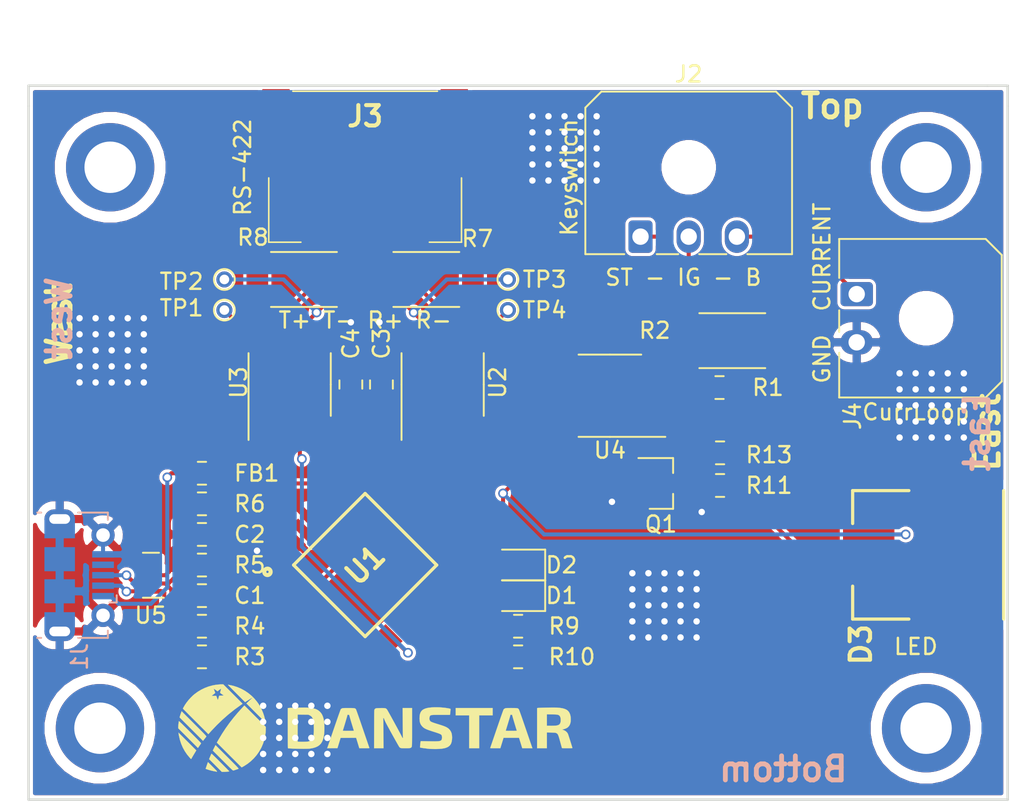
<source format=kicad_pcb>
(kicad_pcb (version 20171130) (host pcbnew "(5.1.4)-1")
  (title_block (title "RICHARD - TEMPLATE") (date 2019-06-19) (rev 2) (company DanSTAR) (comment 1 "Drawn by: Adam Kiss") (comment 2 "Revised by: Sebastian Tibor Bakonyvari"))
  (layers (0 F.Cu signal) (31 B.Cu signal) (34 B.Paste user) (35 F.Paste user) (36 B.SilkS user) (37 F.SilkS user) (38 B.Mask user hide) (39 F.Mask user hide) (44 Edge.Cuts user))
  (net 0 "")
  (net 1 GND)
  (net 2 "Net-(C1-Pad1)")
  (net 3 "Net-(C2-Pad1)")
  (net 4 "Net-(D1-Pad1)")
  (net 5 +5V)
  (net 6 "Net-(D2-Pad1)")
  (net 7 "Net-(D3-Pad1)")
  (net 8 /VBUS)
  (net 9 /D+)
  (net 10 /D-)
  (net 11 /ST)
  (net 12 /IG)
  (net 13 /B)
  (net 14 /Rx+)
  (net 15 /Rx-)
  (net 16 /Tx+)
  (net 17 /Tx-)
  (net 18 "Net-(R3-Pad1)")
  (net 19 "Net-(R4-Pad1)")
  (net 20 "Net-(R5-Pad1)")
  (net 21 /TXLED)
  (net 22 /RXLED)
  (net 23 /ARM_LED_SIG)
  (net 24 "Net-(Q1-Pad3)")
  (net 25 /SLEEP)
  (net 26 /PWREN)
  (net 27 /RXD)
  (net 28 /TXD)
  (net 29 "Net-(J1-Pad4)")
  (net 30 "Net-(U1-Pad1)")
  (net 31 "Net-(U1-Pad2)")
  (net 32 "Net-(U1-Pad16)")
  (net 33 "Net-(U1-Pad18)")
  (net 34 "Net-(U1-Pad19)")
  (net 35 "Net-(U1-Pad20)")
  (net 36 "Net-(U1-Pad21)")
  (net 37 "Net-(U1-Pad22)")
  (net 38 "Net-(U1-Pad23)")
  (net 39 "Net-(U1-Pad27)")
  (net 40 "Net-(U1-Pad28)")
  (net 41 "Net-(U1-Pad32)")
  (net 42 "Net-(U2-Pad4)")
  (net 43 "Net-(U3-Pad1)")
  (net 44 "Net-(U4-Pad7)")
  (net 45 "Net-(U5-Pad4)")
  (net 46 "Net-(U5-Pad5)")
  (net 47 "Net-(U5-Pad6)")
  (net 48 "Net-(U5-Pad7)")
  (net 49 "Net-(Q1-Pad1)")
  (module DanSTAR_Misc:NewLogo-DanSTAR_Logo (layer F.Cu) (at 85.09 94.615)
    (fp_text reference G*** hide)
    (fp_text value LOGO hide)
  )
  (module DanSTAR_Misc:Stud (layer F.Cu) (at 67.945 94.615)
    (fp_text reference REF** hide)
    (fp_text value MountingHole_3.2mm_M3_ISO14580_Pad)
    (pad 1 thru_hole circle (at 0 0) (size 5.5 5.5) (drill 3.2) (layers *.Cu *.Mask) (clearance 0.7))
  )
  (module DanSTAR_Misc:Stud (layer F.Cu) (at 119.38 94.615)
    (fp_text reference REF** hide)
    (fp_text value MountingHole_3.2mm_M3_ISO14580_Pad)
    (pad 1 thru_hole circle (at 0 0) (size 5.5 5.5) (drill 3.2) (layers *.Cu *.Mask) (clearance 0.7))
  )
  (module DanSTAR_Misc:Stud (layer F.Cu) (at 119.38 59.69)
    (fp_text reference REF** hide)
    (fp_text value MountingHole_3.2mm_M3_ISO14580_Pad)
    (pad 1 thru_hole circle (at 0 0) (size 5.5 5.5) (drill 3.2) (layers *.Cu *.Mask) (clearance 0.7))
  )
  (module DanSTAR_Misc:Stud (layer F.Cu) (at 68.58 59.69)
    (fp_text reference REF** hide)
    (fp_text value MountingHole_3.2mm_M3_ISO14580_Pad)
    (pad 1 thru_hole circle (at 0 0) (size 5.5 5.5) (drill 3.2) (layers *.Cu *.Mask) (clearance 0.7))
  )
  (module DanSTAR_Passives:C_0805_2012Metric (layer F.Cu) (at 74.295 86.36 180)
    (fp_text reference C1 (at -1.905 0) (layer F.SilkS) (effects (justify left)))
    (fp_text value 33n)
    (pad 1 smd roundrect (at -0.9375 0 180) (size 0.975 1.4) (layers F.Cu F.Paste F.Mask) (net 2 "Net-(C1-Pad1)"))
    (pad 2 smd roundrect (at 0.9375 0 180) (size 0.975 1.4) (layers F.Cu F.Paste F.Mask) (net 1 GND))
  )
  (module DanSTAR_Passives:C_0805_2012Metric (layer F.Cu) (at 74.295 82.55 180)
    (fp_text reference C2 (at -1.905 0) (layer F.SilkS) (effects (justify left)))
    (fp_text value 0u1)
    (pad 2 smd roundrect (at 0.9375 0 180) (size 0.975 1.4) (layers F.Cu F.Paste F.Mask) (net 1 GND))
    (pad 1 smd roundrect (at -0.9375 0 180) (size 0.975 1.4) (layers F.Cu F.Paste F.Mask) (net 3 "Net-(C2-Pad1)"))
  )
  (module DanSTAR_Passives:D_0805_2012Metric (layer F.Cu) (at 93.98 86.36 180)
    (fp_text reference D1 (at -2.694077 0) (layer F.SilkS))
    (fp_text value LED)
    (pad 1 smd roundrect (at -0.9375 0 180) (size 0.975 1.4) (layers F.Cu F.Paste F.Mask) (net 4 "Net-(D1-Pad1)"))
    (pad 2 smd roundrect (at 0.9375 0 180) (size 0.975 1.4) (layers F.Cu F.Paste F.Mask) (net 5 +5V))
  )
  (module DanSTAR_Passives:D_0805_2012Metric (layer F.Cu) (at 93.98 84.455 180)
    (fp_text reference D2 (at -2.694077 0) (layer F.SilkS))
    (fp_text value LED)
    (pad 2 smd roundrect (at 0.9375 0 180) (size 0.975 1.4) (layers F.Cu F.Paste F.Mask) (net 5 +5V))
    (pad 1 smd roundrect (at -0.9375 0 180) (size 0.975 1.4) (layers F.Cu F.Paste F.Mask) (net 6 "Net-(D2-Pad1)"))
  )
  (module DanSTAR_Connectors:Molex2pin_502352_0200-DanSTAR_Duraclick (layer F.Cu) (at 114.808 83.82 90)
    (fp_text reference D3 (at -5.588 0.508 90) (layer F.SilkS) (effects (font (size 1.27 1.27) (thickness 0.254))))
    (fp_text value LED hide)
    (pad 1 smd rect (at -1 1 90) (size 1.2 3.2) (layers F.Cu F.Paste F.Mask) (net 7 "Net-(D3-Pad1)"))
    (pad 2 smd rect (at 1 1 90) (size 1.2 3.2) (layers F.Cu F.Paste F.Mask) (net 5 +5V))
    (pad 3 smd rect (at -3.55 6.48 90) (size 1.7 5.3) (layers F.Cu F.Paste F.Mask))
    (pad 4 smd rect (at 3.55 6.48 90) (size 1.7 5.3) (layers F.Cu F.Paste F.Mask))
  )
  (module DanSTAR_Passives:L_0805_2012Metric (layer F.Cu) (at 74.295 78.74 180)
    (fp_text reference FB1 (at -1.905 0) (layer F.SilkS) (effects (justify left)))
    (fp_text value Ferrite_Bead)
    (pad 2 smd roundrect (at 0.9375 0 180) (size 0.975 1.4) (layers F.Cu F.Paste F.Mask) (net 8 /VBUS))
    (pad 1 smd roundrect (at -0.9375 0 180) (size 0.975 1.4) (layers F.Cu F.Paste F.Mask) (net 5 +5V))
  )
  (module DanSTAR_Connectors:USB_Micro-1050170001-DanSTAR_USB (layer B.Cu) (at 66.675 85.09 90)
    (fp_text reference J1 (at -5.08 0 270) (layer B.SilkS) (effects (justify mirror)))
    (fp_text value USB_B_-_DanSTAR_USB)
    (pad 6 smd rect (at 1 -1.2375 90) (size 1.5 1.9) (layers B.Cu B.Paste B.Mask) (net 1 GND))
    (pad 6 thru_hole circle (at -2.5 1.4625 90) (size 1.45 1.45) (drill 0.85) (layers *.Cu *.Mask) (net 1 GND))
    (pad 2 smd rect (at -0.65 1.4625 90) (size 0.4 1.35) (layers B.Cu B.Paste B.Mask) (net 10 /D-))
    (pad 1 smd rect (at -1.3 1.4625 90) (size 0.4 1.35) (layers B.Cu B.Paste B.Mask) (net 8 /VBUS))
    (pad 5 smd rect (at 1.3 1.4625 90) (size 0.4 1.35) (layers B.Cu B.Paste B.Mask) (net 1 GND))
    (pad 4 smd rect (at 0.65 1.4625 90) (size 0.4 1.35) (layers B.Cu B.Paste B.Mask) (net 29 "Net-(J1-Pad4)"))
    (pad 3 smd rect (at 0 1.4625 90) (size 0.4 1.35) (layers B.Cu B.Paste B.Mask) (net 9 /D+))
    (pad 6 thru_hole circle (at 2.5 1.4625 90) (size 1.45 1.45) (drill 0.85) (layers *.Cu *.Mask) (net 1 GND))
    (pad 6 smd rect (at -1 -1.2375 90) (size 1.5 1.9) (layers B.Cu B.Paste B.Mask) (net 1 GND))
    (pad 6 thru_hole oval (at -3.5 -1.2375 270) (size 1.2 1.9) (drill oval 0.6 1.3) (layers *.Cu *.Mask) (net 1 GND))
    (pad 6 thru_hole oval (at 3.5 -1.2375 90) (size 1.2 1.9) (drill oval 0.6 1.3) (layers *.Cu *.Mask) (net 1 GND))
    (pad 6 smd rect (at 2.9 -1.2375 90) (size 1.2 1.9) (layers B.Cu B.Mask) (net 1 GND))
    (pad 6 smd rect (at -2.9 -1.2375 90) (size 1.2 1.9) (layers B.Cu B.Mask) (net 1 GND))
  )
  (module DanSTAR_Connectors:Molex_Micro-Fit_3.0_43650-0300_1x03_P3.00mm_Horizontal (layer F.Cu) (at 101.6 64.01)
    (fp_text reference J2 (at 3 -10.12) (layer F.SilkS))
    (fp_text value Conn_01x03_-_DanSTAR_Generic_Connector)
    (pad "" np_thru_hole circle (at 3 -4.32) (size 3 3) (drill 3) (layers *.Cu *.Mask))
    (pad 1 thru_hole roundrect (at 0 0) (size 1.5 2.02) (drill 1.02) (layers *.Cu *.Mask) (roundrect_rratio 0.166667) (net 11 /ST))
    (pad 2 thru_hole oval (at 3 0) (size 1.5 2.02) (drill 1.02) (layers *.Cu *.Mask) (net 12 /IG))
    (pad 3 thru_hole oval (at 6 0) (size 1.5 2.02) (drill 1.02) (layers *.Cu *.Mask) (net 13 /B))
  )
  (module DanSTAR_Connectors:Molex4pin_502352_0400-DanSTAR_Duraclick (layer F.Cu) (at 84.455 59.69 180)
    (fp_text reference J3 (at 0 3.175) (layer F.SilkS) (effects (font (size 1.27 1.27) (thickness 0.254))))
    (fp_text value Conn_01x04_-_DanSTAR_Generic_Connecoter hide)
    (pad 1 smd rect (at 3 -3.265 180) (size 1.2 3.2) (layers F.Cu F.Paste F.Mask) (net 16 /Tx+))
    (pad 2 smd rect (at 1 -3.265 180) (size 1.2 3.2) (layers F.Cu F.Paste F.Mask) (net 17 /Tx-))
    (pad 3 smd rect (at -1 -3.265 180) (size 1.2 3.2) (layers F.Cu F.Paste F.Mask) (net 14 /Rx+))
    (pad 4 smd rect (at -3 -3.265 180) (size 1.2 3.2) (layers F.Cu F.Paste F.Mask) (net 15 /Rx-))
    (pad 5 smd rect (at -5.55 2.215 180) (size 1.7 5.3) (layers F.Cu F.Paste F.Mask))
    (pad 6 smd rect (at 5.55 2.215 180) (size 1.7 5.3) (layers F.Cu F.Paste F.Mask))
  )
  (module DanSTAR_Connectors:Molex_Micro-Fit_3.0_43650-0200_1x02_P3.00mm_Horizontal (layer F.Cu) (at 115.06 67.588 270)
    (fp_text reference J4 (at 7.596 0.252 90) (layer F.SilkS))
    (fp_text value Conn_01x02_-_DanSTAR_Generic_Connector)
    (pad "" np_thru_hole circle (at 1.5 -4.32 270) (size 3 3) (drill 3) (layers *.Cu *.Mask))
    (pad 1 thru_hole roundrect (at 0 0 270) (size 1.5 2.02) (drill 1.02) (layers *.Cu *.Mask) (roundrect_rratio 0.166667) (net 13 /B))
    (pad 2 thru_hole oval (at 3 0 270) (size 1.5 2.02) (drill 1.02) (layers *.Cu *.Mask) (net 1 GND))
  )
  (module DanSTAR_Passives:R_0805_2012Metric (layer F.Cu) (at 106.519999 73.406)
    (fp_text reference R1 (at 3.014999 0) (layer F.SilkS))
    (fp_text value 10k)
    (pad 2 smd roundrect (at 0.9375 0) (size 0.975 1.4) (layers F.Cu F.Paste F.Mask) (net 1 GND))
    (pad 1 smd roundrect (at -0.9375 0) (size 0.975 1.4) (layers F.Cu F.Paste F.Mask) (net 12 /IG))
  )
  (module DanSTAR_Passives:R_0805_2012Metric (layer F.Cu) (at 74.295 90.17 180)
    (fp_text reference R3 (at -1.905 0) (layer F.SilkS) (effects (justify left)))
    (fp_text value 27)
    (pad 1 smd roundrect (at -0.9375 0 180) (size 0.975 1.4) (layers F.Cu F.Paste F.Mask) (net 18 "Net-(R3-Pad1)"))
    (pad 2 smd roundrect (at 0.9375 0 180) (size 0.975 1.4) (layers F.Cu F.Paste F.Mask) (net 10 /D-))
  )
  (module DanSTAR_Passives:R_0805_2012Metric (layer F.Cu) (at 74.295 88.265 180)
    (fp_text reference R4 (at -1.905 0) (layer F.SilkS) (effects (justify left)))
    (fp_text value 27)
    (pad 2 smd roundrect (at 0.9375 0 180) (size 0.975 1.4) (layers F.Cu F.Paste F.Mask) (net 9 /D+))
    (pad 1 smd roundrect (at -0.9375 0 180) (size 0.975 1.4) (layers F.Cu F.Paste F.Mask) (net 19 "Net-(R4-Pad1)"))
  )
  (module DanSTAR_Passives:R_0805_2012Metric (layer F.Cu) (at 74.295 84.455 180)
    (fp_text reference R5 (at -1.905 0) (layer F.SilkS) (effects (justify left)))
    (fp_text value 1k5)
    (pad 1 smd roundrect (at -0.9375 0 180) (size 0.975 1.4) (layers F.Cu F.Paste F.Mask) (net 20 "Net-(R5-Pad1)"))
    (pad 2 smd roundrect (at 0.9375 0 180) (size 0.975 1.4) (layers F.Cu F.Paste F.Mask) (net 9 /D+))
  )
  (module DanSTAR_Passives:R_0805_2012Metric (layer F.Cu) (at 74.295 80.645)
    (fp_text reference R6 (at 1.905 0) (layer F.SilkS) (effects (justify left)))
    (fp_text value 470)
    (pad 2 smd roundrect (at 0.9375 0) (size 0.975 1.4) (layers F.Cu F.Paste F.Mask) (net 3 "Net-(C2-Pad1)"))
    (pad 1 smd roundrect (at -0.9375 0) (size 0.975 1.4) (layers F.Cu F.Paste F.Mask) (net 5 +5V))
  )
  (module DanSTAR_Passives:R_0805_2012Metric (layer F.Cu) (at 93.98 88.265 180)
    (fp_text reference R9 (at -1.796051 0) (layer F.SilkS) (effects (justify left)))
    (fp_text value 220)
    (pad 1 smd roundrect (at -0.9375 0 180) (size 0.975 1.4) (layers F.Cu F.Paste F.Mask) (net 4 "Net-(D1-Pad1)"))
    (pad 2 smd roundrect (at 0.9375 0 180) (size 0.975 1.4) (layers F.Cu F.Paste F.Mask) (net 21 /TXLED))
  )
  (module DanSTAR_Passives:R_0805_2012Metric (layer F.Cu) (at 93.98 90.17 180)
    (fp_text reference R10 (at -1.796051 0) (layer F.SilkS) (effects (justify left)))
    (fp_text value 220)
    (pad 1 smd roundrect (at -0.9375 0 180) (size 0.975 1.4) (layers F.Cu F.Paste F.Mask) (net 6 "Net-(D2-Pad1)"))
    (pad 2 smd roundrect (at 0.9375 0 180) (size 0.975 1.4) (layers F.Cu F.Paste F.Mask) (net 22 /RXLED))
  )
  (module DanSTAR_Passives:R_0805_2012Metric (layer F.Cu) (at 106.553 79.502 180)
    (fp_text reference R11 (at -3.048 0) (layer F.SilkS))
    (fp_text value 220)
    (pad 1 smd roundrect (at -0.9375 0 180) (size 0.975 1.4) (layers F.Cu F.Paste F.Mask) (net 7 "Net-(D3-Pad1)"))
    (pad 2 smd roundrect (at 0.9375 0 180) (size 0.975 1.4) (layers F.Cu F.Paste F.Mask) (net 24 "Net-(Q1-Pad3)"))
  )
  (module DanSTAR_Misc:TestPoint-DanSTAR_TestPoint (layer F.Cu) (at 75.692 68.58 180)
    (fp_text reference TP1 (at 2.667 0.127) (layer F.SilkS))
    (fp_text value TestPoint_-_DanSTAR_Test)
    (pad 1 thru_hole circle (at 0 0 180) (size 1 1) (drill 0.6) (layers *.Cu *.Mask) (net 16 /Tx+))
  )
  (module DanSTAR_Misc:TestPoint-DanSTAR_TestPoint (layer F.Cu) (at 75.692 66.675 180)
    (fp_text reference TP2 (at 2.667 -0.127) (layer F.SilkS))
    (fp_text value TestPoint_-_DanSTAR_Test)
    (pad 1 thru_hole circle (at 0 0 180) (size 1 1) (drill 0.6) (layers *.Cu *.Mask) (net 17 /Tx-))
  )
  (module DanSTAR_Misc:TestPoint-DanSTAR_TestPoint (layer F.Cu) (at 93.345 66.675)
    (fp_text reference TP3 (at 2.286 0) (layer F.SilkS))
    (fp_text value TestPoint_-_DanSTAR_Test)
    (pad 1 thru_hole circle (at 0 0) (size 1 1) (drill 0.6) (layers *.Cu *.Mask) (net 14 /Rx+))
  )
  (module DanSTAR_Misc:TestPoint-DanSTAR_TestPoint (layer F.Cu) (at 93.345 68.58)
    (fp_text reference TP4 (at 2.286 0) (layer F.SilkS))
    (fp_text value TestPoint_-_DanSTAR_Test)
    (pad 1 thru_hole circle (at 0 0) (size 1 1) (drill 0.6) (layers *.Cu *.Mask) (net 15 /Rx-))
  )
  (module DanSTAR_Actives:USON-10-DanSTAR_ESD_Prot (layer F.Cu) (at 71.12 85.09 180)
    (fp_text reference U5 (at 0.01829 -2.5) (layer F.SilkS))
    (fp_text value TPD4E02B04)
    (pad 1 smd rect (at -0.385 -1 90) (size 0.3 0.55) (layers F.Cu F.Paste F.Mask) (net 10 /D-))
    (pad 2 smd rect (at -0.385 -0.5 90) (size 0.3 0.55) (layers F.Cu F.Paste F.Mask) (net 9 /D+))
    (pad 3 smd rect (at -0.385 0 90) (size 0.4 0.55) (layers F.Cu F.Paste F.Mask) (net 1 GND))
    (pad 4 smd rect (at -0.385 0.5 90) (size 0.3 0.55) (layers F.Cu F.Paste F.Mask) (net 45 "Net-(U5-Pad4)"))
    (pad 5 smd rect (at -0.385 1 90) (size 0.3 0.55) (layers F.Cu F.Paste F.Mask) (net 46 "Net-(U5-Pad5)"))
    (pad 9 smd rect (at 0.385 -0.5 90) (size 0.3 0.55) (layers F.Cu F.Paste F.Mask) (net 9 /D+))
    (pad 6 smd rect (at 0.385 1 90) (size 0.3 0.55) (layers F.Cu F.Paste F.Mask) (net 47 "Net-(U5-Pad6)"))
    (pad 7 smd rect (at 0.385 0.5 90) (size 0.3 0.55) (layers F.Cu F.Paste F.Mask) (net 48 "Net-(U5-Pad7)"))
    (pad 10 smd rect (at 0.385 -1 90) (size 0.3 0.55) (layers F.Cu F.Paste F.Mask) (net 10 /D-))
    (pad 8 smd rect (at 0.385 0 90) (size 0.4 0.55) (layers F.Cu F.Paste F.Mask) (net 1 GND))
  )
  (module DanSTAR_Actives:SOT-23-DanSTAR_USB_Disc (layer F.Cu) (at 102.87 79.375)
    (fp_text reference Q1 (at 0 2.54) (layer F.SilkS))
    (fp_text value BC817)
    (pad 1 smd rect (at -1 -0.95) (size 0.9 0.8) (layers F.Cu F.Paste F.Mask) (net 49 "Net-(Q1-Pad1)"))
    (pad 2 smd rect (at -1 0.95) (size 0.9 0.8) (layers F.Cu F.Paste F.Mask) (net 1 GND))
    (pad 3 smd rect (at 1 0) (size 0.9 0.8) (layers F.Cu F.Paste F.Mask) (net 24 "Net-(Q1-Pad3)"))
  )
  (module DanSTAR_Actives:QFP80P900X900X120-32N (layer F.Cu) (at 84.455 84.455 45)
    (fp_text reference U1 (at 0 0 45) (layer F.SilkS) (effects (font (size 1.27 1.27) (thickness 0.254))))
    (fp_text value FT232BL hide)
    (pad 1 smd rect (at -4.25 -2.8 135) (size 0.6 1.5) (layers F.Cu F.Paste F.Mask) (net 30 "Net-(U1-Pad1)"))
    (pad 2 smd rect (at -4.25 -2 135) (size 0.6 1.5) (layers F.Cu F.Paste F.Mask) (net 31 "Net-(U1-Pad2)"))
    (pad 3 smd rect (at -4.25 -1.2 135) (size 0.6 1.5) (layers F.Cu F.Paste F.Mask) (net 5 +5V))
    (pad 4 smd rect (at -4.25 -0.4 135) (size 0.6 1.5) (layers F.Cu F.Paste F.Mask) (net 5 +5V))
    (pad 5 smd rect (at -4.25 0.4 135) (size 0.6 1.5) (layers F.Cu F.Paste F.Mask) (net 20 "Net-(R5-Pad1)"))
    (pad 6 smd rect (at -4.25 1.2 135) (size 0.6 1.5) (layers F.Cu F.Paste F.Mask) (net 2 "Net-(C1-Pad1)"))
    (pad 7 smd rect (at -4.25 2 135) (size 0.6 1.5) (layers F.Cu F.Paste F.Mask) (net 19 "Net-(R4-Pad1)"))
    (pad 8 smd rect (at -4.25 2.8 135) (size 0.6 1.5) (layers F.Cu F.Paste F.Mask) (net 18 "Net-(R3-Pad1)"))
    (pad 9 smd rect (at -2.8 4.25 45) (size 0.6 1.5) (layers F.Cu F.Paste F.Mask) (net 1 GND))
    (pad 10 smd rect (at -2 4.25 45) (size 0.6 1.5) (layers F.Cu F.Paste F.Mask) (net 25 /SLEEP))
    (pad 11 smd rect (at -1.2 4.25 45) (size 0.6 1.5) (layers F.Cu F.Paste F.Mask) (net 22 /RXLED))
    (pad 12 smd rect (at -0.4 4.25 45) (size 0.6 1.5) (layers F.Cu F.Paste F.Mask) (net 21 /TXLED))
    (pad 13 smd rect (at 0.4 4.25 45) (size 0.6 1.5) (layers F.Cu F.Paste F.Mask) (net 5 +5V))
    (pad 14 smd rect (at 1.2 4.25 45) (size 0.6 1.5) (layers F.Cu F.Paste F.Mask) (net 1 GND))
    (pad 15 smd rect (at 2 4.25 45) (size 0.6 1.5) (layers F.Cu F.Paste F.Mask) (net 26 /PWREN))
    (pad 16 smd rect (at 2.8 4.25 45) (size 0.6 1.5) (layers F.Cu F.Paste F.Mask) (net 32 "Net-(U1-Pad16)"))
    (pad 17 smd rect (at 4.25 2.8 135) (size 0.6 1.5) (layers F.Cu F.Paste F.Mask) (net 1 GND))
    (pad 18 smd rect (at 4.25 2 135) (size 0.6 1.5) (layers F.Cu F.Paste F.Mask) (net 33 "Net-(U1-Pad18)"))
    (pad 19 smd rect (at 4.25 1.2 135) (size 0.6 1.5) (layers F.Cu F.Paste F.Mask) (net 34 "Net-(U1-Pad19)"))
    (pad 20 smd rect (at 4.25 0.4 135) (size 0.6 1.5) (layers F.Cu F.Paste F.Mask) (net 35 "Net-(U1-Pad20)"))
    (pad 21 smd rect (at 4.25 -0.4 135) (size 0.6 1.5) (layers F.Cu F.Paste F.Mask) (net 36 "Net-(U1-Pad21)"))
    (pad 22 smd rect (at 4.25 -1.2 135) (size 0.6 1.5) (layers F.Cu F.Paste F.Mask) (net 37 "Net-(U1-Pad22)"))
    (pad 23 smd rect (at 4.25 -2 135) (size 0.6 1.5) (layers F.Cu F.Paste F.Mask) (net 38 "Net-(U1-Pad23)"))
    (pad 24 smd rect (at 4.25 -2.8 135) (size 0.6 1.5) (layers F.Cu F.Paste F.Mask) (net 27 /RXD))
    (pad 25 smd rect (at 2.8 -4.25 45) (size 0.6 1.5) (layers F.Cu F.Paste F.Mask) (net 28 /TXD))
    (pad 26 smd rect (at 2 -4.25 45) (size 0.6 1.5) (layers F.Cu F.Paste F.Mask) (net 5 +5V))
    (pad 27 smd rect (at 1.2 -4.25 45) (size 0.6 1.5) (layers F.Cu F.Paste F.Mask) (net 39 "Net-(U1-Pad27)"))
    (pad 28 smd rect (at 0.4 -4.25 45) (size 0.6 1.5) (layers F.Cu F.Paste F.Mask) (net 40 "Net-(U1-Pad28)"))
    (pad 29 smd rect (at -0.4 -4.25 45) (size 0.6 1.5) (layers F.Cu F.Paste F.Mask) (net 1 GND))
    (pad 30 smd rect (at -1.2 -4.25 45) (size 0.6 1.5) (layers F.Cu F.Paste F.Mask) (net 3 "Net-(C2-Pad1)"))
    (pad 31 smd rect (at -2 -4.25 45) (size 0.6 1.5) (layers F.Cu F.Paste F.Mask) (net 1 GND))
    (pad 32 smd rect (at -2.8 -4.25 45) (size 0.6 1.5) (layers F.Cu F.Paste F.Mask) (net 41 "Net-(U1-Pad32)"))
  )
  (module DanSTAR_Actives:SOIC-8-DanSTAR_InstrAmpl (layer F.Cu) (at 89.281 73.2155 90)
    (fp_text reference U2 (at 0.127 3.429 90) (layer F.SilkS))
    (fp_text value MAX481EESA)
    (pad 1 smd roundrect (at -2.475 -1.905 90) (size 1.95 0.6) (layers F.Cu F.Paste F.Mask) (net 27 /RXD))
    (pad 2 smd roundrect (at -2.475 -0.635 90) (size 1.95 0.6) (layers F.Cu F.Paste F.Mask) (net 26 /PWREN))
    (pad 3 smd roundrect (at -2.475 0.635 90) (size 1.95 0.6) (layers F.Cu F.Paste F.Mask) (net 1 GND))
    (pad 4 smd roundrect (at -2.475 1.905 90) (size 1.95 0.6) (layers F.Cu F.Paste F.Mask) (net 42 "Net-(U2-Pad4)"))
    (pad 5 smd roundrect (at 2.475 1.905 90) (size 1.95 0.6) (layers F.Cu F.Paste F.Mask) (net 1 GND))
    (pad 6 smd roundrect (at 2.475 0.635 90) (size 1.95 0.6) (layers F.Cu F.Paste F.Mask) (net 15 /Rx-))
    (pad 7 smd roundrect (at 2.475 -0.635 90) (size 1.95 0.6) (layers F.Cu F.Paste F.Mask) (net 14 /Rx+))
    (pad 8 smd roundrect (at 2.475 -1.905 90) (size 1.95 0.6) (layers F.Cu F.Paste F.Mask) (net 5 +5V))
  )
  (module DanSTAR_Actives:SOIC-8-DanSTAR_InstrAmpl (layer F.Cu) (at 79.756 73.2155 90)
    (fp_text reference U3 (at 0.127 -3.175 90) (layer F.SilkS))
    (fp_text value MAX481EESA)
    (pad 8 smd roundrect (at 2.475 -1.905 90) (size 1.95 0.6) (layers F.Cu F.Paste F.Mask) (net 5 +5V))
    (pad 7 smd roundrect (at 2.475 -0.635 90) (size 1.95 0.6) (layers F.Cu F.Paste F.Mask) (net 16 /Tx+))
    (pad 6 smd roundrect (at 2.475 0.635 90) (size 1.95 0.6) (layers F.Cu F.Paste F.Mask) (net 17 /Tx-))
    (pad 5 smd roundrect (at 2.475 1.905 90) (size 1.95 0.6) (layers F.Cu F.Paste F.Mask) (net 1 GND))
    (pad 4 smd roundrect (at -2.475 1.905 90) (size 1.95 0.6) (layers F.Cu F.Paste F.Mask) (net 28 /TXD))
    (pad 3 smd roundrect (at -2.475 0.635 90) (size 1.95 0.6) (layers F.Cu F.Paste F.Mask) (net 25 /SLEEP))
    (pad 2 smd roundrect (at -2.475 -0.635 90) (size 1.95 0.6) (layers F.Cu F.Paste F.Mask) (net 5 +5V))
    (pad 1 smd roundrect (at -2.475 -1.905 90) (size 1.95 0.6) (layers F.Cu F.Paste F.Mask) (net 43 "Net-(U3-Pad1)"))
  )
  (module DanSTAR_Actives:SOIC-8-DanSTAR_InstrAmpl (layer F.Cu) (at 99.695 73.914 180)
    (fp_text reference U4 (at 0 -3.4) (layer F.SilkS))
    (fp_text value LM358)
    (pad 8 smd roundrect (at 2.475 -1.905 180) (size 1.95 0.6) (layers F.Cu F.Paste F.Mask) (net 5 +5V))
    (pad 7 smd roundrect (at 2.475 -0.635 180) (size 1.95 0.6) (layers F.Cu F.Paste F.Mask) (net 44 "Net-(U4-Pad7)"))
    (pad 6 smd roundrect (at 2.475 0.635 180) (size 1.95 0.6) (layers F.Cu F.Paste F.Mask) (net 1 GND))
    (pad 5 smd roundrect (at 2.475 1.905 180) (size 1.95 0.6) (layers F.Cu F.Paste F.Mask) (net 1 GND))
    (pad 4 smd roundrect (at -2.475 1.905 180) (size 1.95 0.6) (layers F.Cu F.Paste F.Mask) (net 1 GND))
    (pad 3 smd roundrect (at -2.475 0.635 180) (size 1.95 0.6) (layers F.Cu F.Paste F.Mask) (net 12 /IG))
    (pad 2 smd roundrect (at -2.475 -0.635 180) (size 1.95 0.6) (layers F.Cu F.Paste F.Mask) (net 23 /ARM_LED_SIG))
    (pad 1 smd roundrect (at -2.475 -1.905 180) (size 1.95 0.6) (layers F.Cu F.Paste F.Mask) (net 23 /ARM_LED_SIG))
  )
  (module DanSTAR_Passives:C_0805_2012Metric (layer F.Cu) (at 85.471 73.2155 90)
    (fp_text reference C3 (at 2.54 0 90) (layer F.SilkS))
    (fp_text value C)
    (pad 2 smd roundrect (at 0.9375 0 90) (size 0.975 1.4) (layers F.Cu F.Paste F.Mask) (net 5 +5V))
    (pad 1 smd roundrect (at -0.9375 0 90) (size 0.975 1.4) (layers F.Cu F.Paste F.Mask) (net 1 GND))
  )
  (module DanSTAR_Passives:C_0805_2012Metric (layer F.Cu) (at 83.566 73.2155 90)
    (fp_text reference C4 (at 2.54 0 90) (layer F.SilkS))
    (fp_text value C)
    (pad 1 smd roundrect (at -0.9375 0 90) (size 0.975 1.4) (layers F.Cu F.Paste F.Mask) (net 1 GND))
    (pad 2 smd roundrect (at 0.9375 0 90) (size 0.975 1.4) (layers F.Cu F.Paste F.Mask) (net 5 +5V))
  )
  (module DanSTAR_Passives:R_2512_6332Metric (layer F.Cu) (at 88.265 66.675)
    (fp_text reference R7 (at 3.175 -2.54) (layer F.SilkS))
    (fp_text value 120)
    (pad 2 smd roundrect (at 2.9 0) (size 1.35 3.35) (layers F.Cu F.Paste F.Mask) (roundrect_rratio 0.185185) (net 15 /Rx-))
    (pad 1 smd roundrect (at -2.9 0) (size 1.35 3.35) (layers F.Cu F.Paste F.Mask) (roundrect_rratio 0.185185) (net 14 /Rx+))
  )
  (module DanSTAR_Passives:R_2512_6332Metric (layer F.Cu) (at 80.645 66.675)
    (fp_text reference R8 (at -3.175 -2.62) (layer F.SilkS))
    (fp_text value 120)
    (pad 1 smd roundrect (at -2.9 0) (size 1.35 3.35) (layers F.Cu F.Paste F.Mask) (roundrect_rratio 0.185185) (net 16 /Tx+))
    (pad 2 smd roundrect (at 2.9 0) (size 1.35 3.35) (layers F.Cu F.Paste F.Mask) (roundrect_rratio 0.185185) (net 17 /Tx-))
  )
  (module DanSTAR_Passives:R_2512_6332Metric (layer F.Cu) (at 107.315 70.485)
    (fp_text reference R2 (at -4.826 -0.635) (layer F.SilkS))
    (fp_text value 70)
    (pad 1 smd roundrect (at -2.9 0) (size 1.35 3.35) (layers F.Cu F.Paste F.Mask) (roundrect_rratio 0.185185) (net 11 /ST))
    (pad 2 smd roundrect (at 2.9 0) (size 1.35 3.35) (layers F.Cu F.Paste F.Mask) (roundrect_rratio 0.185185) (net 1 GND))
  )
  (module DanSTAR_Passives:R_0805_2012Metric (layer F.Cu) (at 106.553 77.47)
    (fp_text reference R13 (at 3.048 0.127) (layer F.SilkS))
    (fp_text value 20k)
    (pad 1 smd roundrect (at -0.9375 0) (size 0.975 1.4) (layers F.Cu F.Paste F.Mask) (net 49 "Net-(Q1-Pad1)"))
    (pad 2 smd roundrect (at 0.9375 0) (size 0.975 1.4) (layers F.Cu F.Paste F.Mask) (net 23 /ARM_LED_SIG))
  )
  (gr_text "T+ T- R+ R-" (at 84.455 69.215) (layer F.SilkS) (effects (font (size 1 1))))
  (gr_text "ST - IG - B" (at 104.267 66.548) (layer F.SilkS) (effects (font (size 1 1))))
  (gr_text GND (at 112.903 71.628 90) (layer F.SilkS) (effects (font (size 1 1))))
  (gr_text CURRENT (at 112.903 65.278 90) (layer F.SilkS) (effects (font (size 1 1))))
  (gr_text "By BES\n11-2019" (at 104.394 93.472) (layer F.Cu) (effects (font (size 1.5 1.5) (thickness 0.3))))
  (gr_text LED (at 118.745 89.535) (layer F.SilkS) (effects (font (size 1 1))))
  (gr_text CurrLoop (at 118.745 74.93) (layer F.SilkS) (effects (font (size 1 1))))
  (gr_text Keyswitch (at 97.155 60.325 90) (layer F.SilkS) (effects (font (size 1 1))))
  (gr_text RS-422 (at 76.835 59.69 90) (layer F.SilkS) (effects (font (size 1 1))))
  (gr_text West (at 65.405 69.088 90) (layer B.SilkS) (effects (font (size 1.5 1.5) (thickness 0.3)) (justify mirror)))
  (gr_text East (at 122.555 76.2 90) (layer B.SilkS) (effects (font (size 1.5 1.5) (thickness 0.3)) (justify mirror)))
  (gr_text Bottom (at 110.49 97.155) (layer B.SilkS) (effects (font (size 1.5 1.5) (thickness 0.3)) (justify mirror)))
  (gr_text "Top\n" (at 113.538 55.88) (layer F.SilkS) (effects (font (size 1.5 1.5) (thickness 0.3))))
  (gr_text West (at 65.405 69.469 90) (layer F.SilkS) (effects (font (size 1.5 1.5) (thickness 0.3))))
  (gr_text East (at 123.19 76.2 90) (layer F.SilkS) (effects (font (size 1.5 1.5) (thickness 0.3))))
  (gr_line (start 63.5 55.88) (end 63.5 54.61) (angle 90) (layer Edge.Cuts) (width 0.15))
  (gr_line (start 124.46 54.61) (end 124.46 55.88) (angle 90) (layer Edge.Cuts) (width 0.15))
  (gr_line (start 123.19 54.61) (end 124.46 54.61) (angle 90) (layer Edge.Cuts) (width 0.15))
  (gr_line (start 123.19 54.61) (end 63.5 54.61) (angle 90) (layer Edge.Cuts) (width 0.15))
  (gr_line (start 124.46 99.06) (end 124.46 55.88) (angle 90) (layer Edge.Cuts) (width 0.15))
  (gr_line (start 63.5 99.06) (end 124.46 99.06) (angle 90) (layer Edge.Cuts) (width 0.15))
  (gr_line (start 63.5 55.88) (end 63.5 99.06) (angle 90) (layer Edge.Cuts) (width 0.15))
  (via (at 99.822 80.518) (size 0.6) (drill 0.4) (layers F.Cu B.Cu) (net 1))
  (via (at 105.41 81.153) (size 0.6) (drill 0.4) (layers F.Cu B.Cu) (net 1))
  (via (at 77.724 83.566) (size 0.6) (drill 0.4) (layers F.Cu B.Cu) (net 1))
  (via (at 83.566 69.342) (size 0.6) (drill 0.4) (layers F.Cu B.Cu) (net 1))
  (via (at 85.344 69.342) (size 0.6) (drill 0.4) (layers F.Cu B.Cu) (net 1))
  (segment (start 71.505 85.09) (end 70.735 85.09) (width 0.25) (layer F.Cu) (net 1))
  (segment (start 72.03 85.09) (end 72.136 84.984) (width 0.25) (layer F.Cu) (net 1))
  (segment (start 71.505 85.09) (end 72.03 85.09) (width 0.25) (layer F.Cu) (net 1))
  (segment (start 73.3575 82.55) (end 72.245116 83.662384) (width 0.25) (layer F.Cu) (net 1))
  (segment (start 72.245116 84.874884) (end 72.03 85.09) (width 0.25) (layer F.Cu) (net 1))
  (segment (start 72.245116 83.662384) (end 72.245116 84.874884) (width 0.25) (layer F.Cu) (net 1))
  (segment (start 73.913737 83.106237) (end 73.3575 82.55) (width 0.25) (layer F.Cu) (net 1))
  (segment (start 74.295 83.4875) (end 73.913737 83.106237) (width 0.25) (layer F.Cu) (net 1))
  (segment (start 74.295 85.4225) (end 74.295 83.4875) (width 0.25) (layer F.Cu) (net 1))
  (segment (start 73.3575 86.36) (end 74.295 85.4225) (width 0.25) (layer F.Cu) (net 1))
  (segment (start 68.1375 83.79) (end 68.1375 82.59) (width 0.25) (layer B.Cu) (net 1))
  (via (at 101.092 84.963) (size 0.6) (drill 0.4) (layers F.Cu B.Cu) (net 1))
  (via (at 102.092 84.963) (size 0.6) (drill 0.4) (layers F.Cu B.Cu) (net 1))
  (via (at 103.092 84.963) (size 0.6) (drill 0.4) (layers F.Cu B.Cu) (net 1))
  (via (at 104.092 84.963) (size 0.6) (drill 0.4) (layers F.Cu B.Cu) (net 1))
  (via (at 105.092 84.963) (size 0.6) (drill 0.4) (layers F.Cu B.Cu) (net 1))
  (via (at 101.092 85.963) (size 0.6) (drill 0.4) (layers F.Cu B.Cu) (net 1))
  (via (at 102.092 85.963) (size 0.6) (drill 0.4) (layers F.Cu B.Cu) (net 1))
  (via (at 103.092 85.963) (size 0.6) (drill 0.4) (layers F.Cu B.Cu) (net 1))
  (via (at 104.092 85.963) (size 0.6) (drill 0.4) (layers F.Cu B.Cu) (net 1))
  (via (at 105.092 85.963) (size 0.6) (drill 0.4) (layers F.Cu B.Cu) (net 1))
  (via (at 101.092 86.963) (size 0.6) (drill 0.4) (layers F.Cu B.Cu) (net 1))
  (via (at 102.092 86.963) (size 0.6) (drill 0.4) (layers F.Cu B.Cu) (net 1))
  (via (at 103.092 86.963) (size 0.6) (drill 0.4) (layers F.Cu B.Cu) (net 1))
  (via (at 104.092 86.963) (size 0.6) (drill 0.4) (layers F.Cu B.Cu) (net 1))
  (via (at 105.092 86.963) (size 0.6) (drill 0.4) (layers F.Cu B.Cu) (net 1))
  (via (at 101.092 87.963) (size 0.6) (drill 0.4) (layers F.Cu B.Cu) (net 1))
  (via (at 102.092 87.963) (size 0.6) (drill 0.4) (layers F.Cu B.Cu) (net 1))
  (via (at 103.092 87.963) (size 0.6) (drill 0.4) (layers F.Cu B.Cu) (net 1))
  (via (at 104.092 87.963) (size 0.6) (drill 0.4) (layers F.Cu B.Cu) (net 1))
  (via (at 105.092 87.963) (size 0.6) (drill 0.4) (layers F.Cu B.Cu) (net 1))
  (via (at 101.092 88.963) (size 0.6) (drill 0.4) (layers F.Cu B.Cu) (net 1))
  (via (at 102.092 88.963) (size 0.6) (drill 0.4) (layers F.Cu B.Cu) (net 1))
  (via (at 103.092 88.963) (size 0.6) (drill 0.4) (layers F.Cu B.Cu) (net 1))
  (via (at 104.092 88.963) (size 0.6) (drill 0.4) (layers F.Cu B.Cu) (net 1))
  (via (at 105.092 88.963) (size 0.6) (drill 0.4) (layers F.Cu B.Cu) (net 1))
  (via (at 66.675 73.088) (size 0.6) (drill 0.4) (layers F.Cu B.Cu) (net 1))
  (via (at 68.675 73.088) (size 0.6) (drill 0.4) (layers F.Cu B.Cu) (net 1))
  (via (at 66.675 71.088) (size 0.6) (drill 0.4) (layers F.Cu B.Cu) (net 1))
  (via (at 70.675 71.088) (size 0.6) (drill 0.4) (layers F.Cu B.Cu) (net 1))
  (via (at 66.675 72.088) (size 0.6) (drill 0.4) (layers F.Cu B.Cu) (net 1))
  (via (at 69.675 73.088) (size 0.6) (drill 0.4) (layers F.Cu B.Cu) (net 1))
  (via (at 67.675 69.088) (size 0.6) (drill 0.4) (layers F.Cu B.Cu) (net 1))
  (via (at 68.675 70.088) (size 0.6) (drill 0.4) (layers F.Cu B.Cu) (net 1))
  (via (at 70.675 70.088) (size 0.6) (drill 0.4) (layers F.Cu B.Cu) (net 1))
  (via (at 68.675 69.088) (size 0.6) (drill 0.4) (layers F.Cu B.Cu) (net 1))
  (via (at 67.675 71.088) (size 0.6) (drill 0.4) (layers F.Cu B.Cu) (net 1))
  (via (at 66.675 70.088) (size 0.6) (drill 0.4) (layers F.Cu B.Cu) (net 1))
  (via (at 69.675 71.088) (size 0.6) (drill 0.4) (layers F.Cu B.Cu) (net 1))
  (via (at 69.675 70.088) (size 0.6) (drill 0.4) (layers F.Cu B.Cu) (net 1))
  (via (at 67.675 72.088) (size 0.6) (drill 0.4) (layers F.Cu B.Cu) (net 1))
  (via (at 70.675 73.088) (size 0.6) (drill 0.4) (layers F.Cu B.Cu) (net 1))
  (via (at 70.675 69.088) (size 0.6) (drill 0.4) (layers F.Cu B.Cu) (net 1))
  (via (at 67.675 73.088) (size 0.6) (drill 0.4) (layers F.Cu B.Cu) (net 1))
  (via (at 68.675 72.088) (size 0.6) (drill 0.4) (layers F.Cu B.Cu) (net 1))
  (via (at 69.675 69.088) (size 0.6) (drill 0.4) (layers F.Cu B.Cu) (net 1))
  (via (at 67.675 70.088) (size 0.6) (drill 0.4) (layers F.Cu B.Cu) (net 1))
  (via (at 69.675 72.088) (size 0.6) (drill 0.4) (layers F.Cu B.Cu) (net 1))
  (via (at 68.675 71.088) (size 0.6) (drill 0.4) (layers F.Cu B.Cu) (net 1))
  (via (at 66.675 69.088) (size 0.6) (drill 0.4) (layers F.Cu B.Cu) (net 1))
  (via (at 70.675 72.088) (size 0.6) (drill 0.4) (layers F.Cu B.Cu) (net 1))
  (via (at 118.729 72.517) (size 0.6) (drill 0.4) (layers F.Cu B.Cu) (net 1))
  (via (at 120.729 72.517) (size 0.6) (drill 0.4) (layers F.Cu B.Cu) (net 1))
  (via (at 118.729 73.517) (size 0.6) (drill 0.4) (layers F.Cu B.Cu) (net 1))
  (via (at 120.729 75.517) (size 0.6) (drill 0.4) (layers F.Cu B.Cu) (net 1))
  (via (at 121.729 75.517) (size 0.6) (drill 0.4) (layers F.Cu B.Cu) (net 1))
  (via (at 120.729 73.517) (size 0.6) (drill 0.4) (layers F.Cu B.Cu) (net 1))
  (via (at 118.729 74.517) (size 0.6) (drill 0.4) (layers F.Cu B.Cu) (net 1))
  (via (at 119.729 74.517) (size 0.6) (drill 0.4) (layers F.Cu B.Cu) (net 1))
  (via (at 121.729 73.517) (size 0.6) (drill 0.4) (layers F.Cu B.Cu) (net 1))
  (via (at 119.729 73.517) (size 0.6) (drill 0.4) (layers F.Cu B.Cu) (net 1))
  (via (at 119.729 76.517) (size 0.6) (drill 0.4) (layers F.Cu B.Cu) (net 1))
  (via (at 118.729 75.517) (size 0.6) (drill 0.4) (layers F.Cu B.Cu) (net 1))
  (via (at 117.729 72.517) (size 0.6) (drill 0.4) (layers F.Cu B.Cu) (net 1))
  (via (at 121.729 76.517) (size 0.6) (drill 0.4) (layers F.Cu B.Cu) (net 1))
  (via (at 117.729 74.517) (size 0.6) (drill 0.4) (layers F.Cu B.Cu) (net 1))
  (via (at 121.729 74.517) (size 0.6) (drill 0.4) (layers F.Cu B.Cu) (net 1))
  (via (at 120.729 76.517) (size 0.6) (drill 0.4) (layers F.Cu B.Cu) (net 1))
  (via (at 119.729 72.517) (size 0.6) (drill 0.4) (layers F.Cu B.Cu) (net 1))
  (via (at 117.729 76.517) (size 0.6) (drill 0.4) (layers F.Cu B.Cu) (net 1))
  (via (at 117.729 75.517) (size 0.6) (drill 0.4) (layers F.Cu B.Cu) (net 1))
  (via (at 117.729 73.517) (size 0.6) (drill 0.4) (layers F.Cu B.Cu) (net 1))
  (via (at 120.729 74.517) (size 0.6) (drill 0.4) (layers F.Cu B.Cu) (net 1))
  (via (at 118.729 76.517) (size 0.6) (drill 0.4) (layers F.Cu B.Cu) (net 1))
  (via (at 121.729 72.517) (size 0.6) (drill 0.4) (layers F.Cu B.Cu) (net 1))
  (via (at 119.729 75.517) (size 0.6) (drill 0.4) (layers F.Cu B.Cu) (net 1))
  (via (at 95.869 56.515) (size 0.6) (drill 0.4) (layers F.Cu B.Cu) (net 1))
  (via (at 96.869 57.515) (size 0.6) (drill 0.4) (layers F.Cu B.Cu) (net 1))
  (via (at 98.869 60.515) (size 0.6) (drill 0.4) (layers F.Cu B.Cu) (net 1))
  (via (at 95.869 59.515) (size 0.6) (drill 0.4) (layers F.Cu B.Cu) (net 1))
  (via (at 95.869 57.515) (size 0.6) (drill 0.4) (layers F.Cu B.Cu) (net 1))
  (via (at 97.869 59.515) (size 0.6) (drill 0.4) (layers F.Cu B.Cu) (net 1))
  (via (at 94.869 58.515) (size 0.6) (drill 0.4) (layers F.Cu B.Cu) (net 1))
  (via (at 97.869 58.515) (size 0.6) (drill 0.4) (layers F.Cu B.Cu) (net 1))
  (via (at 98.869 57.515) (size 0.6) (drill 0.4) (layers F.Cu B.Cu) (net 1))
  (via (at 96.869 60.515) (size 0.6) (drill 0.4) (layers F.Cu B.Cu) (net 1))
  (via (at 95.869 58.515) (size 0.6) (drill 0.4) (layers F.Cu B.Cu) (net 1))
  (via (at 97.869 57.515) (size 0.6) (drill 0.4) (layers F.Cu B.Cu) (net 1))
  (via (at 94.869 56.515) (size 0.6) (drill 0.4) (layers F.Cu B.Cu) (net 1))
  (via (at 98.869 58.515) (size 0.6) (drill 0.4) (layers F.Cu B.Cu) (net 1))
  (via (at 96.869 56.515) (size 0.6) (drill 0.4) (layers F.Cu B.Cu) (net 1))
  (via (at 94.869 60.515) (size 0.6) (drill 0.4) (layers F.Cu B.Cu) (net 1))
  (via (at 94.869 59.515) (size 0.6) (drill 0.4) (layers F.Cu B.Cu) (net 1))
  (via (at 97.869 56.515) (size 0.6) (drill 0.4) (layers F.Cu B.Cu) (net 1))
  (via (at 96.869 58.515) (size 0.6) (drill 0.4) (layers F.Cu B.Cu) (net 1))
  (via (at 98.869 59.515) (size 0.6) (drill 0.4) (layers F.Cu B.Cu) (net 1))
  (via (at 94.869 57.515) (size 0.6) (drill 0.4) (layers F.Cu B.Cu) (net 1))
  (via (at 98.869 56.515) (size 0.6) (drill 0.4) (layers F.Cu B.Cu) (net 1))
  (via (at 97.869 60.515) (size 0.6) (drill 0.4) (layers F.Cu B.Cu) (net 1))
  (via (at 96.869 59.515) (size 0.6) (drill 0.4) (layers F.Cu B.Cu) (net 1))
  (via (at 95.869 60.515) (size 0.6) (drill 0.4) (layers F.Cu B.Cu) (net 1))
  (via (at 82.105 97.218) (size 0.6) (drill 0.4) (layers F.Cu B.Cu) (net 1))
  (via (at 80.105 96.218) (size 0.6) (drill 0.4) (layers F.Cu B.Cu) (net 1))
  (via (at 78.105 93.218) (size 0.6) (drill 0.4) (layers F.Cu B.Cu) (net 1))
  (via (at 78.105 95.218) (size 0.6) (drill 0.4) (layers F.Cu B.Cu) (net 1))
  (via (at 82.105 93.218) (size 0.6) (drill 0.4) (layers F.Cu B.Cu) (net 1))
  (via (at 79.105 93.218) (size 0.6) (drill 0.4) (layers F.Cu B.Cu) (net 1))
  (via (at 82.105 96.218) (size 0.6) (drill 0.4) (layers F.Cu B.Cu) (net 1))
  (via (at 79.105 94.218) (size 0.6) (drill 0.4) (layers F.Cu B.Cu) (net 1))
  (via (at 80.105 97.218) (size 0.6) (drill 0.4) (layers F.Cu B.Cu) (net 1))
  (via (at 80.105 93.218) (size 0.6) (drill 0.4) (layers F.Cu B.Cu) (net 1))
  (via (at 78.105 97.218) (size 0.6) (drill 0.4) (layers F.Cu B.Cu) (net 1))
  (via (at 78.105 94.218) (size 0.6) (drill 0.4) (layers F.Cu B.Cu) (net 1))
  (via (at 82.105 94.218) (size 0.6) (drill 0.4) (layers F.Cu B.Cu) (net 1))
  (via (at 80.105 95.218) (size 0.6) (drill 0.4) (layers F.Cu B.Cu) (net 1))
  (via (at 81.105 97.218) (size 0.6) (drill 0.4) (layers F.Cu B.Cu) (net 1))
  (via (at 79.105 97.218) (size 0.6) (drill 0.4) (layers F.Cu B.Cu) (net 1))
  (via (at 81.105 96.218) (size 0.6) (drill 0.4) (layers F.Cu B.Cu) (net 1))
  (via (at 79.105 96.218) (size 0.6) (drill 0.4) (layers F.Cu B.Cu) (net 1))
  (via (at 78.105 96.218) (size 0.6) (drill 0.4) (layers F.Cu B.Cu) (net 1))
  (via (at 80.105 94.218) (size 0.6) (drill 0.4) (layers F.Cu B.Cu) (net 1))
  (via (at 81.105 95.218) (size 0.6) (drill 0.4) (layers F.Cu B.Cu) (net 1))
  (via (at 81.105 94.218) (size 0.6) (drill 0.4) (layers F.Cu B.Cu) (net 1))
  (via (at 79.105 95.218) (size 0.6) (drill 0.4) (layers F.Cu B.Cu) (net 1))
  (via (at 82.105 95.218) (size 0.6) (drill 0.4) (layers F.Cu B.Cu) (net 1))
  (via (at 81.105 93.218) (size 0.6) (drill 0.4) (layers F.Cu B.Cu) (net 1))
  (segment (start 82.298324 88.308732) (end 81.317076 89.28998) (width 0.25) (layer F.Cu) (net 2))
  (segment (start 78.16248 89.28998) (end 75.2325 86.36) (width 0.25) (layer F.Cu) (net 2))
  (segment (start 81.317076 89.28998) (end 78.16248 89.28998) (width 0.25) (layer F.Cu) (net 2))
  (segment (start 80.601268 82.298324) (end 80.000228 81.697284) (width 0.25) (layer F.Cu) (net 3))
  (segment (start 75.2325 82.55) (end 76.5025 81.28) (width 0.25) (layer F.Cu) (net 3))
  (segment (start 79.582944 81.28) (end 80.000228 81.697284) (width 0.25) (layer F.Cu) (net 3))
  (segment (start 76.5025 81.28) (end 79.582944 81.28) (width 0.25) (layer F.Cu) (net 3))
  (segment (start 75.8675 80.645) (end 76.5025 81.28) (width 0.25) (layer F.Cu) (net 3))
  (segment (start 75.2325 80.645) (end 75.8675 80.645) (width 0.25) (layer F.Cu) (net 3))
  (segment (start 94.9175 88.265) (end 94.9175 86.36) (width 0.25) (layer F.Cu) (net 4))
  (segment (start 79.121 76.7655) (end 79.121 75.6905) (width 0.25) (layer F.Cu) (net 5))
  (segment (start 75.2325 78.74) (end 77.1465 78.74) (width 0.25) (layer F.Cu) (net 5))
  (segment (start 77.1465 78.74) (end 79.121 76.7655) (width 0.25) (layer F.Cu) (net 5))
  (segment (start 79.121 75.6905) (end 79.121 74.168) (width 0.25) (layer F.Cu) (net 5))
  (segment (start 77.851 72.898) (end 77.851 70.7405) (width 0.25) (layer F.Cu) (net 5))
  (segment (start 79.121 74.168) (end 77.851 72.898) (width 0.25) (layer F.Cu) (net 5))
  (segment (start 81.041 72.278) (end 83.566 72.278) (width 0.25) (layer F.Cu) (net 5))
  (segment (start 79.121 74.168) (end 81.026 72.263) (width 0.25) (layer F.Cu) (net 5))
  (segment (start 81.026 72.263) (end 81.041 72.278) (width 0.25) (layer F.Cu) (net 5))
  (segment (start 83.566 72.278) (end 85.471 72.278) (width 0.25) (layer F.Cu) (net 5))
  (segment (start 85.8385 72.278) (end 85.471 72.278) (width 0.25) (layer F.Cu) (net 5))
  (segment (start 87.376 70.7405) (end 85.8385 72.278) (width 0.25) (layer F.Cu) (net 5))
  (segment (start 75.2325 78.77) (end 75.2325 78.74) (width 0.25) (layer F.Cu) (net 5))
  (segment (start 73.3575 80.645) (end 75.2325 78.77) (width 0.25) (layer F.Cu) (net 5))
  (segment (start 77.7815 79.375) (end 77.1465 78.74) (width 0.25) (layer F.Cu) (net 5))
  (segment (start 82.203427 79.375) (end 77.7815 79.375) (width 0.25) (layer F.Cu) (net 5))
  (segment (start 82.86401 80.035583) (end 82.203427 79.375) (width 0.25) (layer F.Cu) (net 5))
  (segment (start 81.202308 86.010636) (end 80.601268 86.611676) (width 0.25) (layer F.Cu) (net 5))
  (segment (start 83.46505 83.747894) (end 81.202308 86.010636) (width 0.25) (layer F.Cu) (net 5))
  (segment (start 83.46505 80.636623) (end 83.46505 83.747894) (width 0.25) (layer F.Cu) (net 5))
  (segment (start 82.86401 80.035583) (end 83.46505 80.636623) (width 0.25) (layer F.Cu) (net 5))
  (segment (start 84.31358 83.747894) (end 87.743047 87.177361) (width 0.25) (layer F.Cu) (net 5))
  (segment (start 83.46505 83.747894) (end 84.31358 83.747894) (width 0.25) (layer F.Cu) (net 5))
  (segment (start 81.166953 87.177361) (end 80.601268 86.611676) (width 0.25) (layer F.Cu) (net 5))
  (segment (start 92.486263 86.916237) (end 93.0425 86.36) (width 0.25) (layer F.Cu) (net 5))
  (segment (start 91.0105 88.392) (end 92.486263 86.916237) (width 0.25) (layer F.Cu) (net 5))
  (segment (start 88.957686 88.392) (end 91.0105 88.392) (width 0.25) (layer F.Cu) (net 5))
  (segment (start 87.743047 87.177361) (end 88.957686 88.392) (width 0.25) (layer F.Cu) (net 5))
  (segment (start 93.0425 84.455) (end 93.0425 86.36) (width 0.25) (layer F.Cu) (net 5))
  (segment (start 93.0425 79.9965) (end 93.0425 79.9965) (width 0.25) (layer F.Cu) (net 5))
  (segment (start 93.0425 84.455) (end 93.0425 79.9965) (width 0.25) (layer F.Cu) (net 5))
  (segment (start 115.808 82.82) (end 116.808 82.82) (width 0.25) (layer F.Cu) (net 5))
  (segment (start 93.0425 79.9965) (end 97.22 75.819) (width 0.25) (layer F.Cu) (net 5))
  (via (at 93.0425 79.9965) (size 0.6) (drill 0.4) (layers F.Cu B.Cu) (net 5))
  (segment (start 93.0425 79.9965) (end 95.596 82.55) (width 0.25) (layer B.Cu) (net 5))
  (via (at 118.11 82.55) (size 0.6) (drill 0.4) (layers F.Cu B.Cu) (net 5))
  (segment (start 95.596 82.55) (end 118.11 82.55) (width 0.25) (layer B.Cu) (net 5))
  (segment (start 116.078 82.55) (end 115.808 82.82) (width 0.25) (layer F.Cu) (net 5))
  (segment (start 118.11 82.55) (end 116.078 82.55) (width 0.25) (layer F.Cu) (net 5))
  (segment (start 94.9175 90.17) (end 95.885 90.17) (width 0.25) (layer F.Cu) (net 6))
  (segment (start 95.885 90.17) (end 96.52 89.535) (width 0.25) (layer F.Cu) (net 6))
  (segment (start 96.52 89.535) (end 96.52 85.09) (width 0.25) (layer F.Cu) (net 6))
  (segment (start 96.52 85.09) (end 95.885 84.455) (width 0.25) (layer F.Cu) (net 6))
  (segment (start 95.885 84.455) (end 94.9175 84.455) (width 0.25) (layer F.Cu) (net 6))
  (segment (start 115.808 84.82) (end 114.808 84.82) (width 0.25) (layer F.Cu) (net 7))
  (segment (start 112.8085 84.82) (end 107.4905 79.502) (width 0.25) (layer F.Cu) (net 7))
  (segment (start 115.808 84.82) (end 112.8085 84.82) (width 0.25) (layer F.Cu) (net 7))
  (segment (start 68.6125 86.39) (end 69.0905 86.868) (width 0.25) (layer B.Cu) (net 8))
  (segment (start 68.1375 86.39) (end 68.6125 86.39) (width 0.25) (layer B.Cu) (net 8))
  (segment (start 69.0905 86.868) (end 70.866 86.868) (width 0.25) (layer B.Cu) (net 8))
  (segment (start 70.866 86.868) (end 71.12 86.868) (width 0.25) (layer B.Cu) (net 8))
  (segment (start 71.12 86.868) (end 72.136 85.852) (width 0.25) (layer B.Cu) (net 8))
  (segment (start 72.136 85.852) (end 72.136 78.994) (width 0.25) (layer B.Cu) (net 8))
  (segment (start 72.136 78.994) (end 72.136 78.994) (width 0.25) (layer B.Cu) (net 8))
  (via (at 72.136 78.994) (size 0.6) (drill 0.4) (layers F.Cu B.Cu) (net 8))
  (segment (start 72.39 78.74) (end 72.136 78.994) (width 0.25) (layer F.Cu) (net 8))
  (segment (start 73.3575 78.74) (end 72.39 78.74) (width 0.25) (layer F.Cu) (net 8))
  (via (at 69.596 85.09) (size 0.6) (drill 0.4) (layers F.Cu B.Cu) (net 9))
  (segment (start 73.3575 88.265) (end 72.39 87.2975) (width 0.25) (layer F.Cu) (net 9))
  (segment (start 72.012003 85.605001) (end 71.505 85.605001) (width 0.25) (layer F.Cu) (net 9))
  (segment (start 72.39 87.2975) (end 72.39 85.982998) (width 0.25) (layer F.Cu) (net 9))
  (segment (start 72.39 85.982998) (end 72.012003 85.605001) (width 0.25) (layer F.Cu) (net 9))
  (segment (start 68.1375 85.09) (end 69.596 85.09) (width 0.25) (layer B.Cu) (net 9))
  (segment (start 70.111001 85.605001) (end 69.596 85.09) (width 0.25) (layer F.Cu) (net 9))
  (segment (start 72.207499 85.605001) (end 70.111001 85.605001) (width 0.25) (layer F.Cu) (net 9))
  (segment (start 73.3575 84.455) (end 72.207499 85.605001) (width 0.25) (layer F.Cu) (net 9))
  (via (at 69.596 86.106) (size 0.6) (drill 0.4) (layers F.Cu B.Cu) (net 10))
  (segment (start 72.801263 89.613763) (end 73.3575 90.17) (width 0.25) (layer F.Cu) (net 10))
  (segment (start 71.94999 88.76249) (end 72.801263 89.613763) (width 0.25) (layer F.Cu) (net 10))
  (segment (start 71.94999 86.17399) (end 71.94999 88.76249) (width 0.25) (layer F.Cu) (net 10))
  (segment (start 71.866 86.09) (end 71.94999 86.17399) (width 0.25) (layer F.Cu) (net 10))
  (segment (start 71.505 86.09) (end 71.866 86.09) (width 0.25) (layer F.Cu) (net 10))
  (segment (start 69.612 86.09) (end 69.596 86.106) (width 0.25) (layer F.Cu) (net 10))
  (segment (start 70.735 86.09) (end 69.612 86.09) (width 0.25) (layer F.Cu) (net 10))
  (segment (start 69.23 85.74) (end 69.596 86.106) (width 0.25) (layer B.Cu) (net 10))
  (segment (start 68.1375 85.74) (end 69.23 85.74) (width 0.25) (layer B.Cu) (net 10))
  (segment (start 71.505 86.09) (end 70.735 86.09) (width 0.25) (layer F.Cu) (net 10))
  (segment (start 102.717732 64.01) (end 101.6 64.01) (width 0.25) (layer F.Cu) (net 11))
  (segment (start 106.045 67.337268) (end 102.717732 64.01) (width 0.25) (layer F.Cu) (net 11))
  (segment (start 106.045 70.111499) (end 106.045 67.337268) (width 0.25) (layer F.Cu) (net 11))
  (segment (start 104.415 70.485) (end 105.671499 70.485) (width 0.25) (layer F.Cu) (net 11))
  (segment (start 105.671499 70.485) (end 106.045 70.111499) (width 0.25) (layer F.Cu) (net 11))
  (segment (start 102.297 73.406) (end 102.17 73.279) (width 0.25) (layer F.Cu) (net 12))
  (segment (start 105.582499 73.406) (end 102.297 73.406) (width 0.25) (layer F.Cu) (net 12))
  (segment (start 104.6 65.27) (end 104.6 64.01) (width 0.25) (layer F.Cu) (net 12))
  (segment (start 106.654989 67.324989) (end 104.6 65.27) (width 0.25) (layer F.Cu) (net 12))
  (segment (start 106.654989 72.33351) (end 106.654989 67.324989) (width 0.25) (layer F.Cu) (net 12))
  (segment (start 105.582499 73.406) (end 106.654989 72.33351) (width 0.25) (layer F.Cu) (net 12))
  (segment (start 111.482 64.01) (end 107.6 64.01) (width 0.25) (layer F.Cu) (net 13))
  (segment (start 115.06 67.588) (end 111.482 64.01) (width 0.25) (layer F.Cu) (net 13))
  (segment (start 85.978737 67.231237) (end 85.4225 66.675) (width 0.25) (layer F.Cu) (net 14))
  (segment (start 88.27529 69.52779) (end 87.47875 68.73125) (width 0.25) (layer F.Cu) (net 14))
  (segment (start 88.27529 70.36979) (end 88.27529 69.52779) (width 0.25) (layer F.Cu) (net 14))
  (segment (start 88.646 70.7405) (end 88.27529 70.36979) (width 0.25) (layer F.Cu) (net 14))
  (segment (start 85.4225 62.9875) (end 85.455 62.955) (width 0.25) (layer F.Cu) (net 14))
  (segment (start 85.4225 66.675) (end 85.4225 62.9875) (width 0.25) (layer F.Cu) (net 14))
  (segment (start 87.47875 68.73125) (end 85.978737 67.231237) (width 0.25) (layer F.Cu) (net 14))
  (via (at 87.47875 68.73125) (size 0.6) (drill 0.4) (layers F.Cu B.Cu) (net 14))
  (segment (start 87.47875 68.73125) (end 89.535 66.675) (width 0.25) (layer B.Cu) (net 14))
  (segment (start 89.535 66.675) (end 93.345 66.675) (width 0.25) (layer B.Cu) (net 14))
  (segment (start 89.916 69.2935) (end 87.2975 66.675) (width 0.25) (layer F.Cu) (net 15))
  (segment (start 89.916 70.7405) (end 89.916 69.2935) (width 0.25) (layer F.Cu) (net 15))
  (segment (start 87.2975 63.1125) (end 87.455 62.955) (width 0.25) (layer F.Cu) (net 15))
  (segment (start 87.2975 66.675) (end 87.2975 63.1125) (width 0.25) (layer F.Cu) (net 15))
  (segment (start 92.6315 69.2935) (end 93.345 68.58) (width 0.25) (layer F.Cu) (net 15))
  (segment (start 91.165 68.855) (end 90.7265 69.2935) (width 0.25) (layer F.Cu) (net 15))
  (segment (start 91.165 66.675) (end 91.165 68.855) (width 0.25) (layer F.Cu) (net 15))
  (segment (start 89.916 69.2935) (end 90.7265 69.2935) (width 0.25) (layer F.Cu) (net 15))
  (segment (start 90.7265 69.2935) (end 92.6315 69.2935) (width 0.25) (layer F.Cu) (net 15))
  (segment (start 79.121 69.1665) (end 81.6125 66.675) (width 0.25) (layer F.Cu) (net 16))
  (segment (start 79.121 70.7405) (end 79.121 69.1665) (width 0.25) (layer F.Cu) (net 16))
  (segment (start 81.6125 63.1125) (end 81.455 62.955) (width 0.25) (layer F.Cu) (net 16))
  (segment (start 81.6125 66.675) (end 81.6125 63.1125) (width 0.25) (layer F.Cu) (net 16))
  (segment (start 76.2785 69.1665) (end 75.692 68.58) (width 0.25) (layer F.Cu) (net 16))
  (segment (start 77.745 68.758) (end 77.745 66.675) (width 0.25) (layer F.Cu) (net 16))
  (segment (start 78.1535 69.1665) (end 77.745 68.758) (width 0.25) (layer F.Cu) (net 16))
  (segment (start 78.1535 69.1665) (end 76.2785 69.1665) (width 0.25) (layer F.Cu) (net 16))
  (segment (start 79.121 69.1665) (end 78.1535 69.1665) (width 0.25) (layer F.Cu) (net 16))
  (segment (start 82.931263 67.231237) (end 83.4875 66.675) (width 0.25) (layer F.Cu) (net 17))
  (segment (start 80.76171 69.40079) (end 81.43125 68.73125) (width 0.25) (layer F.Cu) (net 17))
  (segment (start 80.76171 70.36979) (end 80.76171 69.40079) (width 0.25) (layer F.Cu) (net 17))
  (segment (start 80.391 70.7405) (end 80.76171 70.36979) (width 0.25) (layer F.Cu) (net 17))
  (segment (start 83.4875 62.9875) (end 83.455 62.955) (width 0.25) (layer F.Cu) (net 17))
  (segment (start 83.4875 66.675) (end 83.4875 62.9875) (width 0.25) (layer F.Cu) (net 17))
  (segment (start 81.43125 68.73125) (end 82.931263 67.231237) (width 0.25) (layer F.Cu) (net 17))
  (via (at 81.43125 68.73125) (size 0.6) (drill 0.4) (layers F.Cu B.Cu) (net 17))
  (segment (start 81.43125 68.73125) (end 79.375 66.675) (width 0.25) (layer B.Cu) (net 17))
  (segment (start 79.375 66.675) (end 75.692 66.675) (width 0.25) (layer B.Cu) (net 17))
  (segment (start 82.699798 90.17) (end 75.2325 90.17) (width 0.25) (layer F.Cu) (net 18))
  (segment (start 83.429695 89.440103) (end 82.699798 90.17) (width 0.25) (layer F.Cu) (net 18))
  (segment (start 75.788737 88.821237) (end 75.2325 88.265) (width 0.25) (layer F.Cu) (net 19))
  (segment (start 76.69749 89.72999) (end 75.788737 88.821237) (width 0.25) (layer F.Cu) (net 19))
  (segment (start 82.008437 89.72999) (end 76.69749 89.72999) (width 0.25) (layer F.Cu) (net 19))
  (segment (start 82.86401 88.874417) (end 82.008437 89.72999) (width 0.25) (layer F.Cu) (net 19))
  (segment (start 81.732639 87.743047) (end 80.625716 88.84997) (width 0.25) (layer F.Cu) (net 20))
  (segment (start 79.62747 88.84997) (end 75.2325 84.455) (width 0.25) (layer F.Cu) (net 20))
  (segment (start 80.625716 88.84997) (end 79.62747 88.84997) (width 0.25) (layer F.Cu) (net 20))
  (segment (start 92.455 88.265) (end 90.99001 89.72999) (width 0.25) (layer F.Cu) (net 21))
  (segment (start 93.0425 88.265) (end 92.455 88.265) (width 0.25) (layer F.Cu) (net 21))
  (segment (start 89.164304 89.72999) (end 87.177361 87.743047) (width 0.25) (layer F.Cu) (net 21))
  (segment (start 90.99001 89.72999) (end 89.164304 89.72999) (width 0.25) (layer F.Cu) (net 21))
  (segment (start 88.472944 90.17) (end 86.611676 88.308732) (width 0.25) (layer F.Cu) (net 22))
  (segment (start 93.0425 90.17) (end 88.472944 90.17) (width 0.25) (layer F.Cu) (net 22))
  (segment (start 102.17 74.549) (end 102.17 75.819) (width 0.25) (layer F.Cu) (net 23))
  (segment (start 105.8395 75.819) (end 107.4905 77.47) (width 0.2) (layer F.Cu) (net 23))
  (segment (start 102.17 75.819) (end 105.8395 75.819) (width 0.2) (layer F.Cu) (net 23))
  (segment (start 103.87 79.375) (end 104.775 79.375) (width 0.25) (layer F.Cu) (net 24))
  (segment (start 104.902 79.502) (end 105.6155 79.502) (width 0.25) (layer F.Cu) (net 24))
  (segment (start 104.775 79.375) (end 104.902 79.502) (width 0.25) (layer F.Cu) (net 24))
  (via (at 87.122 89.916) (size 0.6) (drill 0.4) (layers F.Cu B.Cu) (net 25))
  (segment (start 87.087573 89.916) (end 86.04599 88.874417) (width 0.25) (layer F.Cu) (net 25))
  (segment (start 87.122 89.916) (end 87.087573 89.916) (width 0.25) (layer F.Cu) (net 25))
  (segment (start 80.518 77.851) (end 80.518 77.851) (width 0.25) (layer B.Cu) (net 25))
  (via (at 80.518 77.851) (size 0.6) (drill 0.4) (layers F.Cu B.Cu) (net 25))
  (segment (start 80.518 75.8175) (end 80.391 75.6905) (width 0.25) (layer F.Cu) (net 25))
  (segment (start 80.518 79.756) (end 80.518 77.851) (width 0.25) (layer B.Cu) (net 25))
  (segment (start 87.122 89.916) (end 80.518 83.312) (width 0.25) (layer B.Cu) (net 25))
  (segment (start 80.518 83.312) (end 80.518 79.756) (width 0.25) (layer B.Cu) (net 25))
  (segment (start 80.391 77.724) (end 80.518 77.851) (width 0.25) (layer F.Cu) (net 25))
  (segment (start 80.391 75.6905) (end 80.391 77.724) (width 0.25) (layer F.Cu) (net 25))
  (segment (start 89.475457 86.64703) (end 90.39097 86.64703) (width 0.25) (layer F.Cu) (net 26))
  (segment (start 88.874417 86.04599) (end 89.475457 86.64703) (width 0.25) (layer F.Cu) (net 26))
  (segment (start 90.39097 86.64703) (end 90.932 86.106) (width 0.25) (layer F.Cu) (net 26))
  (segment (start 90.932 86.106) (end 90.932 82.55) (width 0.25) (layer F.Cu) (net 26))
  (segment (start 88.646 80.264) (end 88.646 75.6905) (width 0.25) (layer F.Cu) (net 26))
  (segment (start 90.932 82.55) (end 88.646 80.264) (width 0.25) (layer F.Cu) (net 26))
  (segment (start 87.376 77.574202) (end 87.376 75.6905) (width 0.25) (layer F.Cu) (net 27))
  (segment (start 85.480305 79.469897) (end 87.376 77.574202) (width 0.25) (layer F.Cu) (net 27))
  (segment (start 81.661 77.701202) (end 81.661 75.6905) (width 0.25) (layer F.Cu) (net 28))
  (segment (start 83.429695 79.469897) (end 81.661 77.701202) (width 0.25) (layer F.Cu) (net 28))
  (segment (start 105.028 77.47) (end 105.6155 77.47) (width 0.2) (layer F.Cu) (net 49))
  (segment (start 102.225 77.47) (end 105.028 77.47) (width 0.2) (layer F.Cu) (net 49))
  (segment (start 101.87 77.825) (end 102.225 77.47) (width 0.2) (layer F.Cu) (net 49))
  (segment (start 101.87 78.425) (end 101.87 77.825) (width 0.2) (layer F.Cu) (net 49))
  (zone (net 1) (net_name GND) (layer B.Cu) (connect_pads (clearance 0.2)) (min_thickness 0.254) (fill yes (arc_segments 32) (thermal_gap 0.508) (thermal_bridge_width 0.508))
    (polygon (pts (xy 124.714 54.356) (xy 124.714 99.568) (xy 61.722 99.568) (xy 61.722 49.276) (xy 61.722 50.546)))
  )
  (zone (net 1) (net_name GND) (layer F.Cu) (connect_pads (clearance 0.2)) (min_thickness 0.254) (fill yes (arc_segments 32) (thermal_gap 0.508) (thermal_bridge_width 0.508))
    (polygon (pts (xy 125.476 54.356) (xy 125.476 99.822) (xy 61.976 99.822) (xy 61.976 49.276) (xy 67.564 49.276)))
  )
)
</source>
